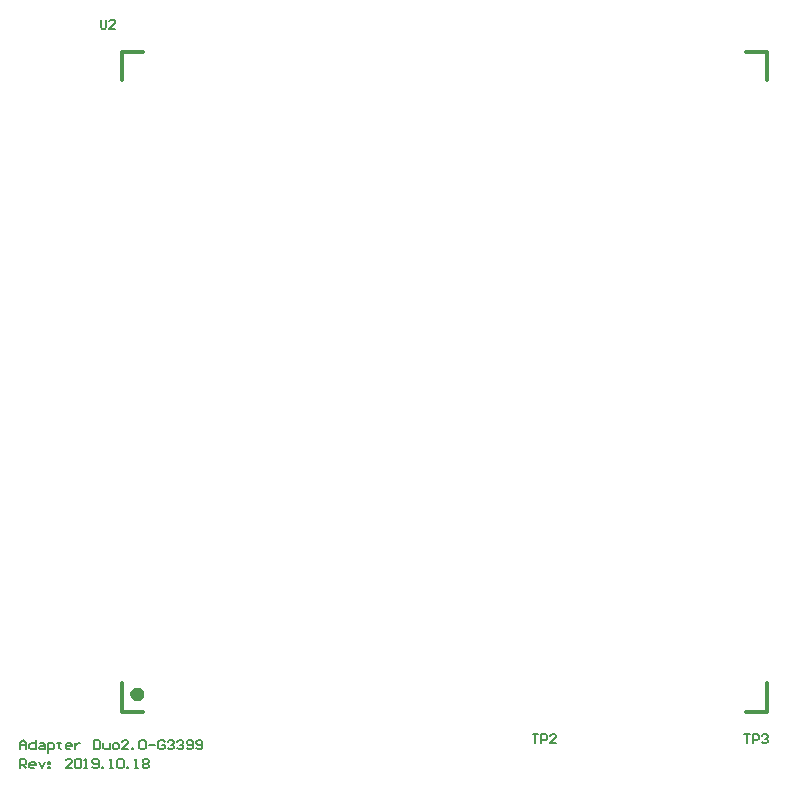
<source format=gto>
%FSTAX23Y23*%
%MOIN*%
%SFA1B1*%

%IPPOS*%
%ADD10C,0.023620*%
%ADD11C,0.011810*%
%ADD12C,0.005910*%
%LNmod_duo_x_g3399-1*%
%LPD*%
G54D10*
X00482Y00298D02*
D01*
X00482Y00299*
X00482Y003*
X00481Y003*
X00481Y00301*
X00481Y00302*
X00481Y00303*
X0048Y00303*
X0048Y00304*
X0048Y00305*
X00479Y00305*
X00479Y00306*
X00478Y00306*
X00477Y00307*
X00477Y00307*
X00476Y00308*
X00475Y00308*
X00475Y00308*
X00474Y00309*
X00473Y00309*
X00473Y00309*
X00472Y00309*
X00471Y00309*
X0047*
X00469Y00309*
X00469Y00309*
X00468Y00309*
X00467Y00309*
X00466Y00308*
X00466Y00308*
X00465Y00308*
X00464Y00307*
X00464Y00307*
X00463Y00306*
X00463Y00306*
X00462Y00305*
X00462Y00305*
X00461Y00304*
X00461Y00303*
X0046Y00303*
X0046Y00302*
X0046Y00301*
X0046Y003*
X00459Y003*
X00459Y00299*
X00459Y00298*
X00459Y00297*
X00459Y00297*
X0046Y00296*
X0046Y00295*
X0046Y00294*
X0046Y00294*
X00461Y00293*
X00461Y00292*
X00462Y00292*
X00462Y00291*
X00463Y0029*
X00463Y0029*
X00464Y00289*
X00464Y00289*
X00465Y00288*
X00466Y00288*
X00466Y00288*
X00467Y00287*
X00468Y00287*
X00469Y00287*
X00469Y00287*
X0047Y00287*
X00471*
X00472Y00287*
X00473Y00287*
X00473Y00287*
X00474Y00287*
X00475Y00288*
X00475Y00288*
X00476Y00288*
X00477Y00289*
X00477Y00289*
X00478Y0029*
X00479Y0029*
X00479Y00291*
X0048Y00292*
X0048Y00292*
X0048Y00293*
X00481Y00294*
X00481Y00294*
X00481Y00295*
X00481Y00296*
X00482Y00297*
X00482Y00297*
X00482Y00298*
G54D11*
X02501Y00238D02*
X02571D01*
Y00333*
X00421Y02438D02*
X00491D01*
X00421Y02343D02*
Y02438D01*
X02501D02*
X02571D01*
Y02343D02*
Y02438D01*
X00421Y00333D02*
Y00238D01*
X00491*
G54D12*
X0008Y00113D02*
Y00134D01*
X00091Y00144*
X00101Y00134*
Y00113*
Y00129*
X0008*
X00133Y00144D02*
Y00113D01*
X00117*
X00112Y00118*
Y00129*
X00117Y00134*
X00133*
X00149D02*
X00159D01*
X00164Y00129*
Y00113*
X00149*
X00143Y00118*
X00149Y00123*
X00164*
X00175Y00102D02*
Y00134D01*
X00191*
X00196Y00129*
Y00118*
X00191Y00113*
X00175*
X00212Y00139D02*
Y00134D01*
X00206*
X00217*
X00212*
Y00118*
X00217Y00113*
X00248D02*
X00238D01*
X00233Y00118*
Y00129*
X00238Y00134*
X00248*
X00254Y00129*
Y00123*
X00233*
X00264Y00134D02*
Y00113D01*
Y00123*
X00269Y00129*
X00275Y00134*
X0028*
X00327Y00144D02*
Y00113D01*
X00343*
X00348Y00118*
Y00139*
X00343Y00144*
X00327*
X00359Y00134D02*
Y00118D01*
X00364Y00113*
X0038*
Y00134*
X00395Y00113D02*
X00406D01*
X00411Y00118*
Y00129*
X00406Y00134*
X00395*
X0039Y00129*
Y00118*
X00395Y00113*
X00442D02*
X00422D01*
X00442Y00134*
Y00139*
X00437Y00144*
X00427*
X00422Y00139*
X00453Y00113D02*
Y00118D01*
X00458*
Y00113*
X00453*
X00479Y00139D02*
X00484Y00144D01*
X00495*
X005Y00139*
Y00118*
X00495Y00113*
X00484*
X00479Y00118*
Y00139*
X00511Y00129D02*
X00532D01*
X00563Y00139D02*
X00558Y00144D01*
X00547*
X00542Y00139*
Y00118*
X00547Y00113*
X00558*
X00563Y00118*
Y00129*
X00553*
X00574Y00139D02*
X00579Y00144D01*
X00589*
X00595Y00139*
Y00134*
X00589Y00129*
X00584*
X00589*
X00595Y00123*
Y00118*
X00589Y00113*
X00579*
X00574Y00118*
X00605Y00139D02*
X0061Y00144D01*
X00621*
X00626Y00139*
Y00134*
X00621Y00129*
X00616*
X00621*
X00626Y00123*
Y00118*
X00621Y00113*
X0061*
X00605Y00118*
X00637D02*
X00642Y00113D01*
X00652*
X00658Y00118*
Y00139*
X00652Y00144*
X00642*
X00637Y00139*
Y00134*
X00642Y00129*
X00658*
X00668Y00118D02*
X00673Y00113D01*
X00684*
X00689Y00118*
Y00139*
X00684Y00144*
X00673*
X00668Y00139*
Y00134*
X00673Y00129*
X00689*
X0008Y0005D02*
Y00082D01*
X00096*
X00101Y00077*
Y00066*
X00096Y00061*
X0008*
X00091D02*
X00101Y0005D01*
X00128D02*
X00117D01*
X00112Y00056*
Y00066*
X00117Y00071*
X00128*
X00133Y00066*
Y00061*
X00112*
X00143Y00071D02*
X00154Y0005D01*
X00164Y00071*
X00175D02*
X0018D01*
Y00066*
X00175*
Y00071*
Y00056D02*
X0018D01*
Y0005*
X00175*
Y00056*
X00254Y0005D02*
X00233D01*
X00254Y00071*
Y00077*
X00248Y00082*
X00238*
X00233Y00077*
X00264D02*
X00269Y00082D01*
X0028*
X00285Y00077*
Y00056*
X0028Y0005*
X00269*
X00264Y00056*
Y00077*
X00296Y0005D02*
X00306D01*
X00301*
Y00082*
X00296Y00077*
X00322Y00056D02*
X00327Y0005D01*
X00338*
X00343Y00056*
Y00077*
X00338Y00082*
X00327*
X00322Y00077*
Y00071*
X00327Y00066*
X00343*
X00353Y0005D02*
Y00056D01*
X00359*
Y0005*
X00353*
X0038D02*
X0039D01*
X00385*
Y00082*
X0038Y00077*
X00406D02*
X00411Y00082D01*
X00422*
X00427Y00077*
Y00056*
X00422Y0005*
X00411*
X00406Y00056*
Y00077*
X00437Y0005D02*
Y00056D01*
X00442*
Y0005*
X00437*
X00463D02*
X00474D01*
X00469*
Y00082*
X00463Y00077*
X0049D02*
X00495Y00082D01*
X00505*
X00511Y00077*
Y00071*
X00505Y00066*
X00511Y00061*
Y00056*
X00505Y0005*
X00495*
X0049Y00056*
Y00061*
X00495Y00066*
X0049Y00071*
Y00077*
X00495Y00066D02*
X00505D01*
X02495Y00164D02*
X02514D01*
X02504*
Y00135*
X02524D02*
Y00164D01*
X02539*
X02544Y00159*
Y00149*
X02539Y00144*
X02524*
X02554Y00159D02*
X02558Y00164D01*
X02568*
X02573Y00159*
Y00154*
X02568Y00149*
X02563*
X02568*
X02573Y00144*
Y00139*
X02568Y00135*
X02558*
X02554Y00139*
X0035Y02545D02*
Y0252D01*
X00354Y02516*
X00364*
X00369Y0252*
Y02545*
X00399Y02516D02*
X00379D01*
X00399Y02535*
Y0254*
X00394Y02545*
X00384*
X00379Y0254*
X0179Y00164D02*
X01809D01*
X01799*
Y00135*
X01819D02*
Y00164D01*
X01834*
X01839Y00159*
Y00149*
X01834Y00144*
X01819*
X01868Y00135D02*
X01849D01*
X01868Y00154*
Y00159*
X01863Y00164*
X01853*
X01849Y00159*
M02*
</source>
